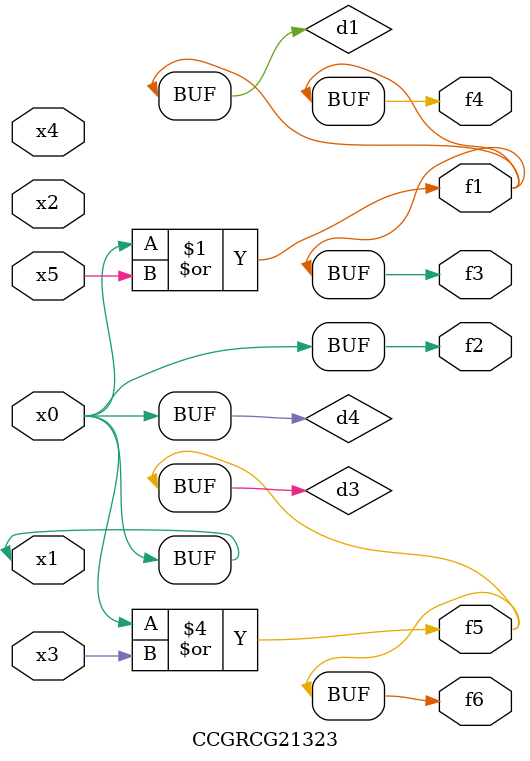
<source format=v>
module CCGRCG21323(
	input x0, x1, x2, x3, x4, x5,
	output f1, f2, f3, f4, f5, f6
);

	wire d1, d2, d3, d4;

	or (d1, x0, x5);
	xnor (d2, x1, x4);
	or (d3, x0, x3);
	buf (d4, x0, x1);
	assign f1 = d1;
	assign f2 = d4;
	assign f3 = d1;
	assign f4 = d1;
	assign f5 = d3;
	assign f6 = d3;
endmodule

</source>
